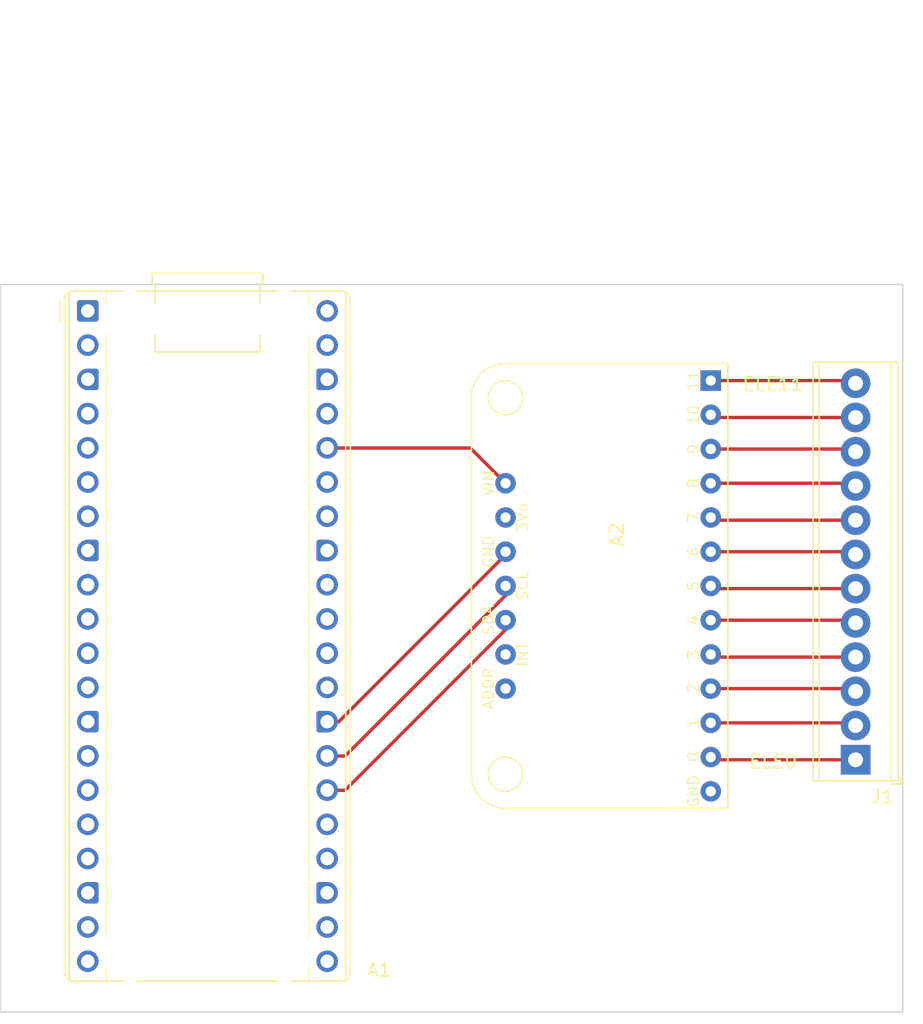
<source format=kicad_pcb>
(kicad_pcb (version 20241229) (generator "pcbnew") (generator_version "9.0")
  (layers (0 "F.Cu" signal) (2 "B.Cu" signal) (13 "F.Paste" user) (15 "B.Paste" user) (5 "F.SilkS" user "F.Silkscreen") (7 "B.SilkS" user "B.Silkscreen") (1 "F.Mask" user) (3 "B.Mask" user) (25 "Edge.Cuts" user))
  (net 0 "")
  (net 1 "GND")
  (net 11 "+3V3")
  (net 34 "Net-(A2-0)")
  (net 35 "Net-(A2-3)")
  (net 36 "Net-(A2-7)")
  (net 38 "Net-(A2-9)")
  (net 39 "Net-(A2-1)")
  (net 41 "Net-(A2-11)")
  (net 42 "Net-(A2-6)")
  (net 43 "/I2C0 SDA")
  (net 44 "/I2C0 SCL")
  (net 45 "Net-(A2-2)")
  (net 47 "Net-(A2-8)")
  (net 48 "Net-(A2-4)")
  (net 49 "Net-(A2-10)")
  (net 50 "Net-(A2-5)")
  (footprint "TerminalBlock_Phoenix:TerminalBlock_Phoenix_MPT-0,5-12-2.54_1x12_P2.54mm_Horizontal" (layer "F.Cu") (at 170 110.28 90)
    (property "Reference" "J1" (at -2.72 2 180) (layer "F.SilkS"))
    (property "Value" "Screw_Terminal_01x12")
    (fp_line (start 29.501 -3.16) (end 29.501 3.16) (stroke (width 0.12)) (layer "F.SilkS"))
    (fp_line (start -1.56 -3.16) (end 29.501 -3.16) (stroke (width 0.12)) (layer "F.SilkS"))
    (fp_line (start -1.56 -3.16) (end -1.56 3.16) (stroke (width 0.12)) (layer "F.SilkS"))
    (fp_line (start -1.56 -2.7) (end 29.501 -2.7) (stroke (width 0.12)) (layer "F.SilkS"))
    (fp_line (start -1.56 2.6) (end 29.501 2.6) (stroke (width 0.12)) (layer "F.SilkS"))
    (fp_line (start -1.8 2.66) (end -1.8 3.4) (stroke (width 0.12)) (layer "F.SilkS"))
    (fp_line (start -1.56 3.16) (end 29.501 3.16) (stroke (width 0.12)) (layer "F.SilkS"))
    (fp_line (start -1.8 3.4) (end -1.3 3.4) (stroke (width 0.12)) (layer "F.SilkS"))
    (pad "1" thru_hole rect (at 0 0 90) (size 2.2 2.2) (drill 1.1) (layers "*.Cu" "*.Mask") (net 34 "Net-(A2-0)"))
    (pad "2" thru_hole circle (at 2.54 0 90) (size 2.2 2.2) (drill 1.1) (layers "*.Cu" "*.Mask") (net 39 "Net-(A2-1)"))
    (pad "3" thru_hole circle (at 5.08 0 90) (size 2.2 2.2) (drill 1.1) (layers "*.Cu" "*.Mask") (net 45 "Net-(A2-2)"))
    (pad "4" thru_hole circle (at 7.62 0 90) (size 2.2 2.2) (drill 1.1) (layers "*.Cu" "*.Mask") (net 35 "Net-(A2-3)"))
    (pad "5" thru_hole circle (at 10.16 0 90) (size 2.2 2.2) (drill 1.1) (layers "*.Cu" "*.Mask") (net 48 "Net-(A2-4)"))
    (pad "6" thru_hole circle (at 12.7 0 90) (size 2.2 2.2) (drill 1.1) (layers "*.Cu" "*.Mask") (net 50 "Net-(A2-5)"))
    (pad "7" thru_hole circle (at 15.24 0 90) (size 2.2 2.2) (drill 1.1) (layers "*.Cu" "*.Mask") (net 42 "Net-(A2-6)"))
    (pad "8" thru_hole circle (at 17.78 0 90) (size 2.2 2.2) (drill 1.1) (layers "*.Cu" "*.Mask") (net 36 "Net-(A2-7)"))
    (pad "9" thru_hole circle (at 20.32 0 90) (size 2.2 2.2) (drill 1.1) (layers "*.Cu" "*.Mask") (net 47 "Net-(A2-8)"))
    (pad "10" thru_hole circle (at 22.86 0 90) (size 2.2 2.2) (drill 1.1) (layers "*.Cu" "*.Mask") (net 38 "Net-(A2-9)"))
    (pad "11" thru_hole circle (at 25.4 0 90) (size 2.2 2.2) (drill 1.1) (layers "*.Cu" "*.Mask") (net 49 "Net-(A2-10)"))
    (pad "12" thru_hole circle (at 27.94 0 90) (size 2.2 2.2) (drill 1.1) (layers "*.Cu" "*.Mask") (net 41 "Net-(A2-11)"))
  )
  (footprint "Module:RaspberryPi_Pico_Common_THT" (layer "F.Cu") (at 112.97 76.97)
    (property "Reference" "A1" (at 20.6375 48.895 0) (layer "F.SilkS") (effects (justify left)))
    (property "Value" "RaspberryPi_Pico")
    (fp_line (start -2.04 0.8) (end -2.04 -0.8) (stroke (width 0.12)) (layer "F.SilkS"))
    (fp_line (start -1.72 -0.87) (end -1.72 49.13) (stroke (width 0.12)) (layer "F.SilkS"))
    (fp_line (start -1.38 -1.417) (end -1.38 49.677) (stroke (width 0.12)) (layer "F.SilkS"))
    (fp_line (start -1.11 -1.48) (end 1.38 -1.48) (stroke (width 0.12)) (layer "F.SilkS"))
    (fp_line (start -1.11 49.74) (end 2.727939 49.74) (stroke (width 0.12)) (layer "F.SilkS"))
    (fp_line (start 1.38 -1.48) (end 1.38 -0.56648) (stroke (width 0.12)) (layer "F.SilkS"))
    (fp_line (start 1.38 -1.48) (end 2.72794 -1.48) (stroke (width 0.12)) (layer "F.SilkS"))
    (fp_line (start 1.38 1.82648) (end 1.38 46.43352) (stroke (width 0.12)) (layer "F.SilkS"))
    (fp_line (start 1.38 48.82648) (end 1.38 49.74) (stroke (width 0.12)) (layer "F.SilkS"))
    (fp_line (start 3.652061 -1.48) (end 4.655 -1.48) (stroke (width 0.12)) (layer "F.SilkS"))
    (fp_line (start 4.655 -1.48) (end 13.125 -1.48) (stroke (width 0.12)) (layer "F.SilkS"))
    (fp_line (start 4.78 -2.78) (end 4.78 -1.96) (stroke (width 0.12)) (layer "F.SilkS"))
    (fp_line (start 4.78 -2.78) (end 13 -2.78) (stroke (width 0.12)) (layer "F.SilkS"))
    (fp_line (start 4.78 -1.96) (end 4.99 -1.96) (stroke (width 0.12)) (layer "F.SilkS"))
    (fp_line (start 4.99 -1.96) (end 4.99 -0.564) (stroke (width 0.12)) (layer "F.SilkS"))
    (fp_line (start 4.99 1.824) (end 4.99 3.04) (stroke (width 0.12)) (layer "F.SilkS"))
    (fp_line (start 5.29 49.74) (end 3.652061 49.74) (stroke (width 0.12)) (layer "F.SilkS"))
    (fp_line (start 12.49 49.74) (end 5.29 49.74) (stroke (width 0.12)) (layer "F.SilkS"))
    (fp_line (start 12.79 -1.96) (end 12.79 -0.564) (stroke (width 0.12)) (layer "F.SilkS"))
    (fp_line (start 12.79 1.824) (end 12.79 3.04) (stroke (width 0.12)) (layer "F.SilkS"))
    (fp_line (start 12.79 3.04) (end 4.99 3.04) (stroke (width 0.12)) (layer "F.SilkS"))
    (fp_line (start 13 -2.78) (end 13 -1.96) (stroke (width 0.12)) (layer "F.SilkS"))
    (fp_line (start 13 -1.96) (end 12.79 -1.96) (stroke (width 0.12)) (layer "F.SilkS"))
    (fp_line (start 13.125 -1.48) (end 14.127939 -1.48) (stroke (width 0.12)) (layer "F.SilkS"))
    (fp_line (start 14.127939 49.74) (end 12.49 49.74) (stroke (width 0.12)) (layer "F.SilkS"))
    (fp_line (start 15.052061 -1.48) (end 16.4 -1.48) (stroke (width 0.12)) (layer "F.SilkS"))
    (fp_line (start 15.052061 49.74) (end 18.89 49.74) (stroke (width 0.12)) (layer "F.SilkS"))
    (fp_line (start 16.4 -1.48) (end 16.4 -0.56648) (stroke (width 0.12)) (layer "F.SilkS"))
    (fp_line (start 16.4 1.82648) (end 16.4 46.43352) (stroke (width 0.12)) (layer "F.SilkS"))
    (fp_line (start 16.4 48.82648) (end 16.4 49.74) (stroke (width 0.12)) (layer "F.SilkS"))
    (fp_line (start 18.89 -1.48) (end 16.4 -1.48) (stroke (width 0.12)) (layer "F.SilkS"))
    (fp_line (start 19.16 49.677) (end 19.16 -1.417) (stroke (width 0.12)) (layer "F.SilkS"))
    (fp_line (start 19.5 -0.87) (end 19.5 49.13) (stroke (width 0.12)) (layer "F.SilkS"))
    (fp_arc (start -1.72 -0.87) (mid -1.541335 -1.301335) (end -1.11 -1.48) (stroke (width 0.12)) (layer "F.SilkS"))
    (fp_arc (start -1.11 49.74) (mid -1.541364 49.561364) (end -1.72 49.13) (stroke (width 0.12)) (layer "F.SilkS"))
    (fp_arc (start 18.89 -1.48) (mid 19.321335 -1.301335) (end 19.5 -0.87) (stroke (width 0.12)) (layer "F.SilkS"))
    (fp_arc (start 19.5 49.13) (mid 19.321335 49.561335) (end 18.89 49.74) (stroke (width 0.12)) (layer "F.SilkS"))
    (pad "1" thru_hole roundrect (at 0 0) (size 1.6 1.6) (drill 1) (layers "*.Cu" "*.Mask") (roundrect_rratio 0.125))
    (pad "2" thru_hole circle (at 0 2.54) (size 1.6 1.6) (drill 1) (layers "*.Cu" "*.Mask"))
    (pad "3" thru_hole custom (at 0 5.08) (size 1.6 1.6) (drill 1) (layers "*.Cu" "*.Mask") (net 1 "GND") (options (clearance outline) (anchor circle)) (primitives (gr_poly (pts (xy 0.8 0.6) (xy 0.8 -0.6) (xy 0.6 -0.8) (xy 0 -0.8) (xy 0 0.8) (xy 0.6 0.8)) (width 0) (fill yes)) (gr_circle (center 0.6 0.6) (end 0.8 0.6) (width 0) (fill yes)) (gr_circle (center 0.6 -0.6) (end 0.8 -0.6) (width 0) (fill yes))))
    (pad "4" thru_hole circle (at 0 7.62) (size 1.6 1.6) (drill 1) (layers "*.Cu" "*.Mask"))
    (pad "5" thru_hole circle (at 0 10.16) (size 1.6 1.6) (drill 1) (layers "*.Cu" "*.Mask"))
    (pad "6" thru_hole circle (at 0 12.7) (size 1.6 1.6) (drill 1) (layers "*.Cu" "*.Mask"))
    (pad "7" thru_hole circle (at 0 15.24) (size 1.6 1.6) (drill 1) (layers "*.Cu" "*.Mask"))
    (pad "8" thru_hole custom (at 0 17.78) (size 1.6 1.6) (drill 1) (layers "*.Cu" "*.Mask") (net 1 "GND") (options (clearance outline) (anchor circle)) (primitives (gr_poly (pts (xy 0.8 0.6) (xy 0.8 -0.6) (xy 0.6 -0.8) (xy 0 -0.8) (xy 0 0.8) (xy 0.6 0.8)) (width 0) (fill yes)) (gr_circle (center 0.6 0.6) (end 0.8 0.6) (width 0) (fill yes)) (gr_circle (center 0.6 -0.6) (end 0.8 -0.6) (width 0) (fill yes))))
    (pad "9" thru_hole circle (at 0 20.32) (size 1.6 1.6) (drill 1) (layers "*.Cu" "*.Mask"))
    (pad "10" thru_hole circle (at 0 22.86) (size 1.6 1.6) (drill 1) (layers "*.Cu" "*.Mask"))
    (pad "11" thru_hole circle (at 0 25.4) (size 1.6 1.6) (drill 1) (layers "*.Cu" "*.Mask"))
    (pad "12" thru_hole circle (at 0 27.94) (size 1.6 1.6) (drill 1) (layers "*.Cu" "*.Mask"))
    (pad "13" thru_hole custom (at 0 30.48) (size 1.6 1.6) (drill 1) (layers "*.Cu" "*.Mask") (net 1 "GND") (options (clearance outline) (anchor circle)) (primitives (gr_poly (pts (xy 0.8 0.6) (xy 0.8 -0.6) (xy 0.6 -0.8) (xy 0 -0.8) (xy 0 0.8) (xy 0.6 0.8)) (width 0) (fill yes)) (gr_circle (center 0.6 0.6) (end 0.8 0.6) (width 0) (fill yes)) (gr_circle (center 0.6 -0.6) (end 0.8 -0.6) (width 0) (fill yes))))
    (pad "14" thru_hole circle (at 0 33.02) (size 1.6 1.6) (drill 1) (layers "*.Cu" "*.Mask"))
    (pad "15" thru_hole circle (at 0 35.56) (size 1.6 1.6) (drill 1) (layers "*.Cu" "*.Mask"))
    (pad "16" thru_hole circle (at 0 38.1) (size 1.6 1.6) (drill 1) (layers "*.Cu" "*.Mask"))
    (pad "17" thru_hole circle (at 0 40.64) (size 1.6 1.6) (drill 1) (layers "*.Cu" "*.Mask"))
    (pad "18" thru_hole custom (at 0 43.18) (size 1.6 1.6) (drill 1) (layers "*.Cu" "*.Mask") (net 1 "GND") (options (clearance outline) (anchor circle)) (primitives (gr_poly (pts (xy 0.8 0.6) (xy 0.8 -0.6) (xy 0.6 -0.8) (xy 0 -0.8) (xy 0 0.8) (xy 0.6 0.8)) (width 0) (fill yes)) (gr_circle (center 0.6 0.6) (end 0.8 0.6) (width 0) (fill yes)) (gr_circle (center 0.6 -0.6) (end 0.8 -0.6) (width 0) (fill yes))))
    (pad "19" thru_hole circle (at 0 45.72) (size 1.6 1.6) (drill 1) (layers "*.Cu" "*.Mask"))
    (pad "20" thru_hole circle (at 0 48.26) (size 1.6 1.6) (drill 1) (layers "*.Cu" "*.Mask"))
    (pad "21" thru_hole circle (at 17.78 48.26) (size 1.6 1.6) (drill 1) (layers "*.Cu" "*.Mask"))
    (pad "22" thru_hole circle (at 17.78 45.72) (size 1.6 1.6) (drill 1) (layers "*.Cu" "*.Mask"))
    (pad "23" thru_hole custom (at 17.78 43.18) (size 1.6 1.6) (drill 1) (layers "*.Cu" "*.Mask") (net 1 "GND") (options (clearance outline) (anchor circle)) (primitives (gr_poly (pts (xy -0.8 0.6) (xy -0.8 -0.6) (xy -0.6 -0.8) (xy 0 -0.8) (xy 0 0.8) (xy -0.6 0.8)) (width 0) (fill yes)) (gr_circle (center -0.6 0.6) (end -0.4 0.6) (width 0) (fill yes)) (gr_circle (center -0.6 -0.6) (end -0.4 -0.6) (width 0) (fill yes))))
    (pad "24" thru_hole circle (at 17.78 40.64) (size 1.6 1.6) (drill 1) (layers "*.Cu" "*.Mask"))
    (pad "25" thru_hole circle (at 17.78 38.1) (size 1.6 1.6) (drill 1) (layers "*.Cu" "*.Mask"))
    (pad "26" thru_hole circle (at 17.78 35.56) (size 1.6 1.6) (drill 1) (layers "*.Cu" "*.Mask") (net 43 "/I2C0 SDA"))
    (pad "27" thru_hole circle (at 17.78 33.02) (size 1.6 1.6) (drill 1) (layers "*.Cu" "*.Mask") (net 44 "/I2C0 SCL"))
    (pad "28" thru_hole custom (at 17.78 30.48) (size 1.6 1.6) (drill 1) (layers "*.Cu" "*.Mask") (net 1 "GND") (options (clearance outline) (anchor circle)) (primitives (gr_poly (pts (xy -0.8 0.6) (xy -0.8 -0.6) (xy -0.6 -0.8) (xy 0 -0.8) (xy 0 0.8) (xy -0.6 0.8)) (width 0) (fill yes)) (gr_circle (center -0.6 0.6) (end -0.4 0.6) (width 0) (fill yes)) (gr_circle (center -0.6 -0.6) (end -0.4 -0.6) (width 0) (fill yes))))
    (pad "29" thru_hole circle (at 17.78 27.94) (size 1.6 1.6) (drill 1) (layers "*.Cu" "*.Mask"))
    (pad "30" thru_hole circle (at 17.78 25.4) (size 1.6 1.6) (drill 1) (layers "*.Cu" "*.Mask"))
    (pad "31" thru_hole circle (at 17.78 22.86) (size 1.6 1.6) (drill 1) (layers "*.Cu" "*.Mask"))
    (pad "32" thru_hole circle (at 17.78 20.32) (size 1.6 1.6) (drill 1) (layers "*.Cu" "*.Mask"))
    (pad "33" thru_hole custom (at 17.78 17.78) (size 1.6 1.6) (drill 1) (layers "*.Cu" "*.Mask") (options (clearance outline) (anchor circle)) (primitives (gr_poly (pts (xy -0.8 0.6) (xy -0.8 -0.6) (xy -0.6 -0.8) (xy 0 -0.8) (xy 0 0.8) (xy -0.6 0.8)) (width 0) (fill yes)) (gr_circle (center -0.6 0.6) (end -0.4 0.6) (width 0) (fill yes)) (gr_circle (center -0.6 -0.6) (end -0.4 -0.6) (width 0) (fill yes))))
    (pad "34" thru_hole circle (at 17.78 15.24) (size 1.6 1.6) (drill 1) (layers "*.Cu" "*.Mask"))
    (pad "35" thru_hole circle (at 17.78 12.7) (size 1.6 1.6) (drill 1) (layers "*.Cu" "*.Mask"))
    (pad "36" thru_hole circle (at 17.78 10.16) (size 1.6 1.6) (drill 1) (layers "*.Cu" "*.Mask") (net 11 "+3V3"))
    (pad "37" thru_hole circle (at 17.78 7.62) (size 1.6 1.6) (drill 1) (layers "*.Cu" "*.Mask"))
    (pad "38" thru_hole custom (at 17.78 5.08) (size 1.6 1.6) (drill 1) (layers "*.Cu" "*.Mask") (net 1 "GND") (options (clearance outline) (anchor circle)) (primitives (gr_poly (pts (xy -0.8 0.6) (xy -0.8 -0.6) (xy -0.6 -0.8) (xy 0 -0.8) (xy 0 0.8) (xy -0.6 0.8)) (width 0) (fill yes)) (gr_circle (center -0.6 0.6) (end -0.4 0.6) (width 0) (fill yes)) (gr_circle (center -0.6 -0.6) (end -0.4 -0.6) (width 0) (fill yes))))
    (pad "39" thru_hole circle (at 17.78 2.54) (size 1.6 1.6) (drill 1) (layers "*.Cu" "*.Mask"))
    (pad "40" thru_hole circle (at 17.78 0) (size 1.6 1.6) (drill 1) (layers "*.Cu" "*.Mask"))
  )
  (footprint "AG_Sensor:ADAFRUIT_MPR121" (layer "F.Cu") (at 152.89 94.84 -90)
    (property "Reference" "A2" (at -1.27 0.635 90) (layer "F.SilkS"))
    (property "Value" "ADAFRUIT_MPR121")
    (fp_line (start -11.43 11.43) (end 16.51 11.43) (stroke (width 0.12)) (layer "F.SilkS"))
    (fp_line (start 19.05 8.89) (end 19.05 -7.62) (stroke (width 0.12)) (layer "F.SilkS"))
    (fp_line (start -13.97 -7.62) (end -13.97 8.89) (stroke (width 0.12)) (layer "F.SilkS"))
    (fp_line (start 19.05 -7.62) (end -13.97 -7.62) (stroke (width 0.12)) (layer "F.SilkS"))
    (fp_arc (start -11.43 11.43) (mid -13.226051 10.686051) (end -13.97 8.89) (stroke (width 0.12)) (layer "F.SilkS"))
    (fp_arc (start 19.05 8.89) (mid 18.306051 10.686051) (end 16.51 11.43) (stroke (width 0.12)) (layer "F.SilkS"))
    (fp_circle (center -11.43 8.89) (end -10.16 8.89) (stroke (width 0.12)) (fill no) (layer "F.SilkS"))
    (fp_circle (center 16.51 8.89) (end 17.78 8.89) (stroke (width 0.12)) (fill no) (layer "F.SilkS"))
    (fp_text user "3Vo" (at -2.54 7.62 90) (layer "F.SilkS") (effects (font (size 0.8 0.8) (thickness 0.1))))
    (fp_text user "2" (at 10.16 -5.08 90) (layer "F.SilkS") (effects (font (size 0.8 0.8) (thickness 0.1))))
    (fp_text user "INT" (at 7.62 7.62 90) (layer "F.SilkS") (effects (font (size 0.8 0.8) (thickness 0.1))))
    (fp_text user "SCL" (at 2.54 7.62 90) (layer "F.SilkS") (effects (font (size 0.8 0.8) (thickness 0.1))))
    (fp_text user "0" (at 15.24 -5.08 90) (layer "F.SilkS") (effects (font (size 0.8 0.8) (thickness 0.1))))
    (fp_text user "9" (at -7.62 -5.08 90) (layer "F.SilkS") (effects (font (size 0.8 0.8) (thickness 0.1))))
    (fp_text user "ADDR" (at 10.16 10.16 90) (layer "F.SilkS") (effects (font (size 0.8 0.8) (thickness 0.1))))
    (fp_text user "3" (at 7.62 -5.08 90) (layer "F.SilkS") (effects (font (size 0.8 0.8) (thickness 0.1))))
    (fp_text user "VIN" (at -5.08 10.16 90) (layer "F.SilkS") (effects (font (size 0.8 0.8) (thickness 0.1))))
    (fp_text user "11" (at -12.7 -5.08 90) (layer "F.SilkS") (effects (font (size 0.8 0.8) (thickness 0.1))))
    (fp_text user "6" (at 0 -5.08 90) (layer "F.SilkS") (effects (font (size 0.8 0.8) (thickness 0.1))))
    (fp_text user "GND" (at 17.78 -5.08 90) (layer "F.SilkS") (effects (font (size 0.8 0.8) (thickness 0.1))))
    (fp_text user "1" (at 12.7 -5.08 90) (layer "F.SilkS") (effects (font (size 0.8 0.8) (thickness 0.1))))
    (fp_text user "8" (at -5.08 -5.08 90) (layer "F.SilkS") (effects (font (size 0.8 0.8) (thickness 0.1))))
    (fp_text user "5" (at 2.54 -5.08 90) (layer "F.SilkS") (effects (font (size 0.8 0.8) (thickness 0.1))))
    (fp_text user "10" (at -10.16 -5.08 90) (layer "F.SilkS") (effects (font (size 0.8 0.8) (thickness 0.1))))
    (fp_text user "4" (at 5.08 -5.08 90) (layer "F.SilkS") (effects (font (size 0.8 0.8) (thickness 0.1))))
    (fp_text user "7" (at -2.54 -5.08 90) (layer "F.SilkS") (effects (font (size 0.8 0.8) (thickness 0.1))))
    (fp_text user "SDA" (at 5.08 10.16 90) (layer "F.SilkS") (effects (font (size 0.8 0.8) (thickness 0.1))))
    (fp_text user "GND" (at 0 10.16 90) (layer "F.SilkS") (effects (font (size 0.8 0.8) (thickness 0.1))))
    (pad "1" thru_hole circle (at -5.08 8.89 270) (size 1.524 1.524) (drill 0.762) (layers "*.Cu" "*.Mask") (net 11 "+3V3"))
    (pad "2" thru_hole circle (at -2.54 8.89 270) (size 1.524 1.524) (drill 0.762) (layers "*.Cu" "*.Mask"))
    (pad "3" thru_hole circle (at 0 8.89 270) (size 1.524 1.524) (drill 0.762) (layers "*.Cu" "*.Mask") (net 1 "GND"))
    (pad "4" thru_hole circle (at 2.54 8.89 270) (size 1.524 1.524) (drill 0.762) (layers "*.Cu" "*.Mask") (net 44 "/I2C0 SCL"))
    (pad "5" thru_hole circle (at 5.08 8.89 270) (size 1.524 1.524) (drill 0.762) (layers "*.Cu" "*.Mask") (net 43 "/I2C0 SDA"))
    (pad "6" thru_hole circle (at 7.62 8.89 270) (size 1.524 1.524) (drill 0.762) (layers "*.Cu" "*.Mask"))
    (pad "7" thru_hole circle (at 10.16 8.89 270) (size 1.524 1.524) (drill 0.762) (layers "*.Cu" "*.Mask"))
    (pad "8" thru_hole circle (at 17.78 -6.35 270) (size 1.524 1.524) (drill 0.762) (layers "*.Cu" "*.Mask"))
    (pad "9" thru_hole circle (at 15.24 -6.35 270) (size 1.524 1.524) (drill 0.762) (layers "*.Cu" "*.Mask") (net 34 "Net-(A2-0)"))
    (pad "10" thru_hole circle (at 12.7 -6.35 270) (size 1.524 1.524) (drill 0.762) (layers "*.Cu" "*.Mask") (net 39 "Net-(A2-1)"))
    (pad "11" thru_hole circle (at 10.16 -6.35) (size 1.524 1.524) (drill 0.762) (layers "*.Cu" "*.Mask") (net 45 "Net-(A2-2)"))
    (pad "12" thru_hole circle (at 7.62 -6.35 270) (size 1.524 1.524) (drill 0.762) (layers "*.Cu" "*.Mask") (net 35 "Net-(A2-3)"))
    (pad "13" thru_hole circle (at 5.08 -6.35 270) (size 1.524 1.524) (drill 0.762) (layers "*.Cu" "*.Mask") (net 48 "Net-(A2-4)"))
    (pad "14" thru_hole circle (at 2.54 -6.35 270) (size 1.524 1.524) (drill 0.762) (layers "*.Cu" "*.Mask") (net 50 "Net-(A2-5)"))
    (pad "15" thru_hole circle (at 0 -6.35 270) (size 1.524 1.524) (drill 0.762) (layers "*.Cu" "*.Mask") (net 42 "Net-(A2-6)"))
    (pad "16" thru_hole circle (at -2.54 -6.35 270) (size 1.524 1.524) (drill 0.762) (layers "*.Cu" "*.Mask") (net 36 "Net-(A2-7)"))
    (pad "17" thru_hole circle (at -5.08 -6.35 270) (size 1.524 1.524) (drill 0.762) (layers "*.Cu" "*.Mask") (net 47 "Net-(A2-8)"))
    (pad "18" thru_hole circle (at -7.62 -6.35 270) (size 1.524 1.524) (drill 0.762) (layers "*.Cu" "*.Mask") (net 38 "Net-(A2-9)"))
    (pad "19" thru_hole circle (at -10.16 -6.35 270) (size 1.524 1.524) (drill 0.762) (layers "*.Cu" "*.Mask") (net 49 "Net-(A2-10)"))
    (pad "20" thru_hole rect (at -12.7 -6.35 270) (size 1.524 1.524) (drill 0.762) (layers "*.Cu" "*.Mask") (net 41 "Net-(A2-11)"))
  )
  (gr_rect (start 106.5 75) (end 173.5 129) (stroke (width 0.1)) (fill no) (layer "Edge.Cuts"))
  (gr_text "ELE11" (at 161.5 83 0) (layer "F.SilkS") (effects (font (size 1 1)) (justify left bottom)))
  (gr_text "ELE0" (at 162 111 0) (layer "F.SilkS") (effects (font (size 1 1)) (justify left bottom)))
  (segment (start 144 95.064752) (end 131.601691 107.463061) (width 0.25) (layer "F.Cu") (net 1))
  (segment (start 131.601691 107.463061) (end 130.949285 107.463061) (width 0.25) (layer "F.Cu") (net 1))
  (segment (start 144 94.84) (end 144 95.064752) (width 0.25) (layer "F.Cu") (net 1))
  (segment (start 130.949285 87.143061) (end 141.383061 87.143061) (width 0.25) (layer "F.Cu") (net 11))
  (segment (start 141.383061 87.143061) (end 144 89.76) (width 0.25) (layer "F.Cu") (net 11))
  (segment (start 170 110.28) (end 159.44 110.28) (width 0.25) (layer "F.Cu") (net 34))
  (segment (start 159.44 110.28) (end 159.24 110.08) (width 0.25) (layer "F.Cu") (net 34))
  (segment (start 159.44 102.66) (end 159.24 102.46) (width 0.25) (layer "F.Cu") (net 35))
  (segment (start 170 102.66) (end 159.44 102.66) (width 0.25) (layer "F.Cu") (net 35))
  (segment (start 159.44 92.5) (end 159.24 92.3) (width 0.25) (layer "F.Cu") (net 36))
  (segment (start 170 92.5) (end 159.44 92.5) (width 0.25) (layer "F.Cu") (net 36))
  (segment (start 159.24 87.22) (end 169.8 87.22) (width 0.25) (layer "F.Cu") (net 38))
  (segment (start 169.8 87.22) (end 170 87.42) (width 0.25) (layer "F.Cu") (net 38))
  (segment (start 159.24 107.54) (end 169.8 107.54) (width 0.25) (layer "F.Cu") (net 39))
  (segment (start 169.8 107.54) (end 170 107.74) (width 0.25) (layer "F.Cu") (net 39))
  (segment (start 169.8 82.14) (end 170 82.34) (width 0.25) (layer "F.Cu") (net 41))
  (segment (start 159.24 82.14) (end 169.8 82.14) (width 0.25) (layer "F.Cu") (net 41))
  (segment (start 159.24 94.84) (end 169.8 94.84) (width 0.25) (layer "F.Cu") (net 42))
  (segment (start 169.8 94.84) (end 170 95.04) (width 0.25) (layer "F.Cu") (net 42))
  (segment (start 130.949285 112.543061) (end 132.080655 112.543061) (width 0.25) (layer "F.Cu") (net 43))
  (segment (start 144 100.623716) (end 144 99.92) (width 0.25) (layer "F.Cu") (net 43))
  (segment (start 132.080655 112.543061) (end 144 100.623716) (width 0.25) (layer "F.Cu") (net 43))
  (segment (start 132.080655 110.003061) (end 144 98.083716) (width 0.25) (layer "F.Cu") (net 44))
  (segment (start 144 98.083716) (end 144 97.38) (width 0.25) (layer "F.Cu") (net 44))
  (segment (start 130.949285 110.003061) (end 132.080655 110.003061) (width 0.25) (layer "F.Cu") (net 44))
  (segment (start 159.24 105) (end 169.8 105) (width 0.25) (layer "F.Cu") (net 45))
  (segment (start 169.8 105) (end 170 105.2) (width 0.25) (layer "F.Cu") (net 45))
  (segment (start 169.8 89.76) (end 170 89.96) (width 0.25) (layer "F.Cu") (net 47))
  (segment (start 159.24 89.76) (end 169.8 89.76) (width 0.25) (layer "F.Cu") (net 47))
  (segment (start 159.24 99.92) (end 169.8 99.92) (width 0.25) (layer "F.Cu") (net 48))
  (segment (start 169.8 99.92) (end 170 100.12) (width 0.25) (layer "F.Cu") (net 48))
  (segment (start 170 84.88) (end 159.44 84.88) (width 0.25) (layer "F.Cu") (net 49))
  (segment (start 159.44 84.88) (end 159.24 84.68) (width 0.25) (layer "F.Cu") (net 49))
  (segment (start 170 97.58) (end 159.44 97.58) (width 0.25) (layer "F.Cu") (net 50))
  (segment (start 159.44 97.58) (end 159.24 97.38) (width 0.25) (layer "F.Cu") (net 50))
)
</source>
